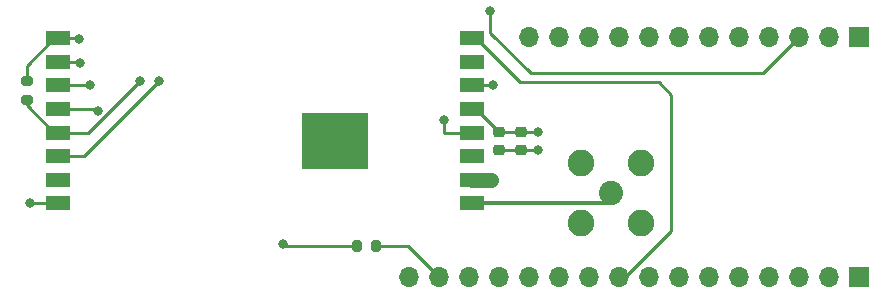
<source format=gbr>
G04 #@! TF.GenerationSoftware,KiCad,Pcbnew,(6.0.7-1)-1*
G04 #@! TF.CreationDate,2023-10-03T00:10:03-07:00*
G04 #@! TF.ProjectId,FeatherWing_KC5,46656174-6865-4725-9769-6e675f4b4335,rev?*
G04 #@! TF.SameCoordinates,Original*
G04 #@! TF.FileFunction,Copper,L1,Top*
G04 #@! TF.FilePolarity,Positive*
%FSLAX46Y46*%
G04 Gerber Fmt 4.6, Leading zero omitted, Abs format (unit mm)*
G04 Created by KiCad (PCBNEW (6.0.7-1)-1) date 2023-10-03 00:10:03*
%MOMM*%
%LPD*%
G01*
G04 APERTURE LIST*
G04 Aperture macros list*
%AMRoundRect*
0 Rectangle with rounded corners*
0 $1 Rounding radius*
0 $2 $3 $4 $5 $6 $7 $8 $9 X,Y pos of 4 corners*
0 Add a 4 corners polygon primitive as box body*
4,1,4,$2,$3,$4,$5,$6,$7,$8,$9,$2,$3,0*
0 Add four circle primitives for the rounded corners*
1,1,$1+$1,$2,$3*
1,1,$1+$1,$4,$5*
1,1,$1+$1,$6,$7*
1,1,$1+$1,$8,$9*
0 Add four rect primitives between the rounded corners*
20,1,$1+$1,$2,$3,$4,$5,0*
20,1,$1+$1,$4,$5,$6,$7,0*
20,1,$1+$1,$6,$7,$8,$9,0*
20,1,$1+$1,$8,$9,$2,$3,0*%
G04 Aperture macros list end*
G04 #@! TA.AperFunction,SMDPad,CuDef*
%ADD10RoundRect,0.200000X-0.275000X0.200000X-0.275000X-0.200000X0.275000X-0.200000X0.275000X0.200000X0*%
G04 #@! TD*
G04 #@! TA.AperFunction,SMDPad,CuDef*
%ADD11RoundRect,0.225000X0.250000X-0.225000X0.250000X0.225000X-0.250000X0.225000X-0.250000X-0.225000X0*%
G04 #@! TD*
G04 #@! TA.AperFunction,SMDPad,CuDef*
%ADD12RoundRect,0.200000X0.200000X0.275000X-0.200000X0.275000X-0.200000X-0.275000X0.200000X-0.275000X0*%
G04 #@! TD*
G04 #@! TA.AperFunction,SMDPad,CuDef*
%ADD13R,2.000000X1.300000*%
G04 #@! TD*
G04 #@! TA.AperFunction,SMDPad,CuDef*
%ADD14R,5.699999X4.800001*%
G04 #@! TD*
G04 #@! TA.AperFunction,ComponentPad*
%ADD15C,2.050000*%
G04 #@! TD*
G04 #@! TA.AperFunction,ComponentPad*
%ADD16C,2.250000*%
G04 #@! TD*
G04 #@! TA.AperFunction,ComponentPad*
%ADD17R,1.700000X1.700000*%
G04 #@! TD*
G04 #@! TA.AperFunction,ComponentPad*
%ADD18O,1.700000X1.700000*%
G04 #@! TD*
G04 #@! TA.AperFunction,ViaPad*
%ADD19C,0.800000*%
G04 #@! TD*
G04 #@! TA.AperFunction,Conductor*
%ADD20C,0.250000*%
G04 #@! TD*
G04 #@! TA.AperFunction,Conductor*
%ADD21C,1.300000*%
G04 #@! TD*
G04 #@! TA.AperFunction,Conductor*
%ADD22C,0.349300*%
G04 #@! TD*
G04 APERTURE END LIST*
D10*
X46960000Y-49635000D03*
X46960000Y-51285000D03*
D11*
X86920000Y-55505000D03*
X86920000Y-53955000D03*
X88840000Y-55515000D03*
X88840000Y-53965000D03*
D12*
X76545000Y-63610000D03*
X74895000Y-63610000D03*
D13*
X84630000Y-60010000D03*
X84630000Y-58010000D03*
X84630000Y-56010000D03*
X84630000Y-54010000D03*
X84630000Y-52010000D03*
X84630000Y-50010000D03*
X84630000Y-48010000D03*
X84630000Y-46010000D03*
X49630000Y-46010000D03*
X49630000Y-48010000D03*
X49630000Y-50010000D03*
X49630000Y-52010000D03*
X49630000Y-54010000D03*
X49630000Y-56010000D03*
X49630000Y-58010000D03*
X49630000Y-60010000D03*
D14*
X73062500Y-54760000D03*
D15*
X96460000Y-59157500D03*
D16*
X99000000Y-61697500D03*
X99000000Y-56617500D03*
X93920000Y-61697500D03*
X93920000Y-56617500D03*
D17*
X117440000Y-66230000D03*
D18*
X114900000Y-66230000D03*
X112360000Y-66230000D03*
X109820000Y-66230000D03*
X107280000Y-66230000D03*
X104740000Y-66230000D03*
X102200000Y-66230000D03*
X99660000Y-66230000D03*
X97120000Y-66230000D03*
X94580000Y-66230000D03*
X92040000Y-66230000D03*
X89500000Y-66230000D03*
X86960000Y-66230000D03*
X84420000Y-66230000D03*
X81880000Y-66230000D03*
X79340000Y-66230000D03*
D17*
X117440000Y-45910000D03*
D18*
X114900000Y-45910000D03*
X112360000Y-45910000D03*
X109820000Y-45910000D03*
X107280000Y-45910000D03*
X104740000Y-45910000D03*
X102200000Y-45910000D03*
X99660000Y-45910000D03*
X97120000Y-45910000D03*
X94580000Y-45910000D03*
X92040000Y-45910000D03*
X89500000Y-45910000D03*
D19*
X51490000Y-48080000D03*
X52310000Y-50000000D03*
X52990000Y-52140000D03*
X74650000Y-53600000D03*
X90270000Y-55490000D03*
X86260000Y-58020000D03*
X47240000Y-60010000D03*
X71380000Y-53600000D03*
X74650000Y-56050000D03*
X71380000Y-56050000D03*
X56520000Y-49630000D03*
X58180000Y-49620000D03*
X86210000Y-43750000D03*
X90270000Y-53970000D03*
X86450000Y-50000000D03*
X82250000Y-52950000D03*
X68680000Y-63440000D03*
X51420000Y-46060000D03*
D20*
X49630000Y-48010000D02*
X51420000Y-48010000D01*
X51420000Y-48010000D02*
X51490000Y-48080000D01*
X52300000Y-50010000D02*
X52310000Y-50000000D01*
X49630000Y-50010000D02*
X52300000Y-50010000D01*
X52860000Y-52010000D02*
X49630000Y-52010000D01*
X52990000Y-52140000D02*
X52860000Y-52010000D01*
X86250000Y-58010000D02*
X86260000Y-58020000D01*
D21*
X84630000Y-58010000D02*
X86250000Y-58010000D01*
D20*
X90245000Y-55515000D02*
X90270000Y-55490000D01*
X88840000Y-55515000D02*
X86930000Y-55515000D01*
X49630000Y-60010000D02*
X47240000Y-60010000D01*
X88840000Y-55515000D02*
X90245000Y-55515000D01*
X84980000Y-58010000D02*
X84630000Y-58010000D01*
X86930000Y-55515000D02*
X86920000Y-55505000D01*
X52145305Y-54010000D02*
X56520000Y-49635305D01*
X46960000Y-51690000D02*
X46960000Y-51285000D01*
X56520000Y-49635305D02*
X56520000Y-49630000D01*
X49630000Y-54010000D02*
X52145305Y-54010000D01*
X49630000Y-54010000D02*
X49280000Y-54010000D01*
X49280000Y-54010000D02*
X46960000Y-51690000D01*
X51790000Y-56010000D02*
X58180000Y-49620000D01*
X86210000Y-45540000D02*
X89670000Y-49000000D01*
X89670000Y-49000000D02*
X109270000Y-49000000D01*
X109270000Y-49000000D02*
X112360000Y-45910000D01*
X86210000Y-43750000D02*
X86210000Y-45540000D01*
X49630000Y-56010000D02*
X51790000Y-56010000D01*
X88830000Y-53955000D02*
X88840000Y-53965000D01*
X90265000Y-53965000D02*
X90270000Y-53970000D01*
X84630000Y-52010000D02*
X84975000Y-52010000D01*
X84975000Y-52010000D02*
X86920000Y-53955000D01*
X86920000Y-53955000D02*
X88830000Y-53955000D01*
X86930000Y-53965000D02*
X86920000Y-53955000D01*
X88840000Y-53965000D02*
X90265000Y-53965000D01*
X84630000Y-50010000D02*
X86440000Y-50010000D01*
X86440000Y-50010000D02*
X86450000Y-50000000D01*
X84630000Y-54010000D02*
X82280000Y-54010000D01*
X82250000Y-53980000D02*
X82250000Y-52950000D01*
X82280000Y-54010000D02*
X82250000Y-53980000D01*
X49280000Y-46010000D02*
X46960000Y-48330000D01*
X74895000Y-63610000D02*
X68850000Y-63610000D01*
X49630000Y-46010000D02*
X51370000Y-46010000D01*
X46960000Y-48330000D02*
X46960000Y-49635000D01*
X51370000Y-46010000D02*
X51420000Y-46060000D01*
X68850000Y-63610000D02*
X68680000Y-63440000D01*
X49630000Y-46010000D02*
X49280000Y-46010000D01*
D22*
X84630000Y-60010000D02*
X96292500Y-60010000D01*
D20*
X79260000Y-63610000D02*
X76545000Y-63610000D01*
X81880000Y-66230000D02*
X79260000Y-63610000D01*
X101540000Y-62320000D02*
X97630000Y-66230000D01*
X84980000Y-46010000D02*
X88730000Y-49760000D01*
X100510000Y-49760000D02*
X101540000Y-50790000D01*
X84630000Y-46010000D02*
X84980000Y-46010000D01*
X97630000Y-66230000D02*
X97120000Y-66230000D01*
X88730000Y-49760000D02*
X100510000Y-49760000D01*
X101540000Y-50790000D02*
X101540000Y-62320000D01*
M02*

</source>
